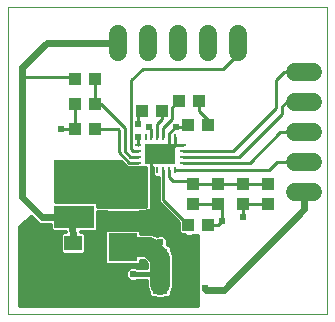
<source format=gtl>
G75*
G70*
%OFA0B0*%
%FSLAX24Y24*%
%IPPOS*%
%LPD*%
%AMOC8*
5,1,8,0,0,1.08239X$1,22.5*
%
%ADD10C,0.0000*%
%ADD11R,0.1043X0.0650*%
%ADD12R,0.0236X0.0098*%
%ADD13R,0.0098X0.0236*%
%ADD14R,0.0591X0.0512*%
%ADD15R,0.0512X0.0591*%
%ADD16R,0.0394X0.0433*%
%ADD17R,0.0433X0.0394*%
%ADD18R,0.0945X0.0945*%
%ADD19R,0.1339X0.0748*%
%ADD20C,0.0600*%
%ADD21C,0.0238*%
%ADD22C,0.0098*%
%ADD23C,0.0240*%
%ADD24C,0.0660*%
%ADD25C,0.0160*%
D10*
X000100Y000100D02*
X010730Y000100D01*
X010730Y010336D01*
X000100Y010336D01*
X000100Y000100D01*
D11*
X005179Y005454D03*
D12*
X005927Y005356D03*
X005927Y005553D03*
X005927Y005750D03*
X005927Y005159D03*
X004431Y005159D03*
X004431Y005356D03*
X004431Y005553D03*
X004431Y005750D03*
D13*
X004687Y006006D03*
X004883Y006006D03*
X005080Y006006D03*
X005277Y006006D03*
X005474Y006006D03*
X005671Y006006D03*
X005671Y004903D03*
X005474Y004903D03*
X005277Y004903D03*
X005080Y004903D03*
X004883Y004903D03*
X004687Y004903D03*
D14*
X002265Y002482D03*
X002265Y001734D03*
D15*
X005159Y001990D03*
X005907Y001990D03*
X005907Y001084D03*
X005159Y001084D03*
D16*
X006104Y003092D03*
X006773Y003092D03*
X006281Y003781D03*
X006281Y004450D03*
X008761Y004450D03*
X008761Y003781D03*
X005238Y006872D03*
X005789Y007226D03*
X006458Y007226D03*
X004569Y006872D03*
X002994Y006281D03*
X002324Y006281D03*
X002324Y007935D03*
X002994Y007935D03*
D17*
X002994Y007108D03*
X002324Y007108D03*
X006104Y006399D03*
X006773Y006399D03*
X007108Y004450D03*
X007108Y003781D03*
X007935Y003781D03*
X007935Y004450D03*
D18*
X003919Y004076D03*
X003919Y002344D03*
D19*
X002305Y003348D03*
X002305Y004883D03*
D20*
X003769Y008855D02*
X003769Y009455D01*
X004769Y009455D02*
X004769Y008855D01*
X005769Y008855D02*
X005769Y009455D01*
X006769Y009455D02*
X006769Y008855D01*
X007769Y008855D02*
X007769Y009455D01*
X009682Y008163D02*
X010282Y008163D01*
X010282Y007163D02*
X009682Y007163D01*
X009682Y006163D02*
X010282Y006163D01*
X010282Y005163D02*
X009682Y005163D01*
X009682Y004163D02*
X010282Y004163D01*
D21*
X007935Y003328D03*
X007226Y003210D03*
X005179Y002502D03*
X004273Y001439D03*
X006675Y000966D03*
X005572Y005257D03*
X005376Y005454D03*
X005572Y005651D03*
X005179Y005651D03*
X004982Y005454D03*
X005179Y005257D03*
X004785Y005257D03*
X004785Y005651D03*
X004431Y006006D03*
X004785Y006360D03*
X004431Y006439D03*
X005691Y006360D03*
X001872Y006281D03*
D22*
X002324Y006281D01*
X002324Y007108D01*
X002994Y007108D02*
X002994Y007935D01*
X002324Y007935D02*
X002246Y008013D01*
X000572Y008013D01*
X002994Y007108D02*
X003210Y007108D01*
X003998Y006320D01*
X003998Y005533D01*
X004175Y005356D01*
X004431Y005356D01*
X004431Y005553D02*
X004254Y005553D01*
X004194Y005612D01*
X004194Y007895D01*
X004588Y008289D01*
X007265Y008289D01*
X007769Y008793D01*
X007769Y009155D01*
X009037Y007895D02*
X009313Y008171D01*
X009974Y008171D01*
X009982Y008163D01*
X009037Y007895D02*
X009037Y006990D01*
X007600Y005553D01*
X005927Y005553D01*
X005927Y005750D02*
X005671Y005750D01*
X005572Y005651D01*
X005474Y005750D01*
X005474Y006006D01*
X005474Y006143D01*
X005691Y006360D01*
X006065Y006360D01*
X006104Y006399D01*
X005671Y006006D02*
X005671Y005750D01*
X005277Y006006D02*
X005277Y006301D01*
X005572Y006596D01*
X005572Y007009D01*
X005789Y007226D01*
X005238Y006872D02*
X005218Y006852D01*
X005218Y006596D01*
X005080Y006458D01*
X005080Y006006D01*
X004883Y006006D02*
X004883Y006261D01*
X004785Y006360D01*
X004431Y006439D02*
X004431Y006734D01*
X004569Y006872D01*
X003801Y006242D02*
X003761Y006281D01*
X002994Y006281D01*
X003801Y006242D02*
X003801Y005494D01*
X004135Y005159D01*
X004431Y005159D01*
X004594Y005001D02*
X004614Y005020D01*
X004706Y005020D01*
X004706Y003683D01*
X003083Y003683D01*
X003083Y003767D01*
X003019Y003831D01*
X001675Y003831D01*
X001675Y005218D01*
X003852Y005218D01*
X004070Y005001D01*
X004594Y005001D01*
X004706Y004946D02*
X001675Y004946D01*
X001675Y004849D02*
X004706Y004849D01*
X004687Y004805D02*
X004628Y004746D01*
X004706Y004752D02*
X001675Y004752D01*
X001675Y004655D02*
X004706Y004655D01*
X004706Y004559D02*
X001675Y004559D01*
X001675Y004462D02*
X004706Y004462D01*
X004706Y004365D02*
X001675Y004365D01*
X001675Y004268D02*
X004706Y004268D01*
X004706Y004171D02*
X001675Y004171D01*
X001675Y004074D02*
X004706Y004074D01*
X004706Y003977D02*
X001675Y003977D01*
X001675Y003880D02*
X004706Y003880D01*
X004706Y003783D02*
X003067Y003783D01*
X003083Y003686D02*
X004706Y003686D01*
X004864Y003686D02*
X005286Y003686D01*
X005383Y003589D02*
X004864Y003589D01*
X004864Y003565D02*
X004864Y005021D01*
X004922Y005021D01*
X004922Y004740D01*
X004986Y004676D01*
X005119Y004676D01*
X005119Y003853D01*
X005798Y003174D01*
X005798Y002830D01*
X005862Y002766D01*
X006006Y002766D01*
X006006Y002698D01*
X006439Y002738D01*
X006439Y000376D01*
X000454Y000376D01*
X000454Y003053D01*
X000861Y003385D01*
X001127Y003119D01*
X001526Y003119D01*
X001526Y002929D01*
X001590Y002865D01*
X002027Y002865D01*
X002027Y002847D01*
X001925Y002847D01*
X001861Y002783D01*
X001861Y002181D01*
X001925Y002117D01*
X002606Y002117D01*
X002670Y002181D01*
X002670Y002783D01*
X002606Y002847D01*
X002486Y002847D01*
X002485Y002865D01*
X003019Y002865D01*
X003083Y002929D01*
X003083Y003541D01*
X003352Y003544D01*
X003401Y003495D01*
X004437Y003495D01*
X004501Y003559D01*
X004501Y003560D01*
X004864Y003565D01*
X004864Y003783D02*
X005189Y003783D01*
X005119Y003880D02*
X004864Y003880D01*
X004864Y003977D02*
X005119Y003977D01*
X005119Y004074D02*
X004864Y004074D01*
X004864Y004171D02*
X005119Y004171D01*
X005119Y004268D02*
X004864Y004268D01*
X004864Y004365D02*
X005119Y004365D01*
X005119Y004462D02*
X004864Y004462D01*
X004864Y004559D02*
X005119Y004559D01*
X005119Y004655D02*
X004864Y004655D01*
X004864Y004752D02*
X004922Y004752D01*
X004922Y004849D02*
X004864Y004849D01*
X004903Y004883D02*
X004883Y004903D01*
X004883Y005159D01*
X004785Y005257D01*
X004982Y005454D01*
X005179Y005454D01*
X004922Y004946D02*
X004864Y004946D01*
X004687Y004903D02*
X004687Y004805D01*
X005277Y004903D02*
X005277Y003919D01*
X006104Y003092D01*
X005798Y003105D02*
X003083Y003105D01*
X003083Y003202D02*
X005770Y003202D01*
X005673Y003299D02*
X003083Y003299D01*
X003083Y003395D02*
X005577Y003395D01*
X005480Y003492D02*
X003083Y003492D01*
X003083Y003008D02*
X005798Y003008D01*
X005798Y002911D02*
X004451Y002911D01*
X004437Y002926D02*
X003401Y002926D01*
X003337Y002862D01*
X003337Y001826D01*
X003401Y001762D01*
X004437Y001762D01*
X004501Y001826D01*
X004501Y001905D01*
X004623Y001905D01*
X004720Y001808D01*
X004720Y001628D01*
X004407Y001628D01*
X004368Y001667D01*
X004179Y001667D01*
X004045Y001533D01*
X004045Y001344D01*
X004179Y001210D01*
X004368Y001210D01*
X004407Y001249D01*
X004720Y001249D01*
X004720Y000997D01*
X004787Y000835D01*
X004794Y000828D01*
X004794Y000744D01*
X004858Y000680D01*
X004988Y000680D01*
X005072Y000645D01*
X005246Y000645D01*
X005330Y000680D01*
X005460Y000680D01*
X005524Y000744D01*
X005524Y000828D01*
X005531Y000835D01*
X005598Y000997D01*
X005598Y002077D01*
X005531Y002239D01*
X005524Y002246D01*
X005524Y002330D01*
X005460Y002394D01*
X005394Y002394D01*
X005407Y002407D01*
X005407Y002596D01*
X005273Y002730D01*
X005084Y002730D01*
X005062Y002708D01*
X005054Y002716D01*
X004892Y002783D01*
X004501Y002783D01*
X004501Y002862D01*
X004437Y002926D01*
X004501Y002814D02*
X005814Y002814D01*
X005907Y002679D02*
X005907Y001990D01*
X005907Y001084D01*
X005598Y001069D02*
X006439Y001069D01*
X006439Y000972D02*
X005588Y000972D01*
X005548Y000875D02*
X006439Y000875D01*
X006439Y000778D02*
X005524Y000778D01*
X005462Y000682D02*
X006439Y000682D01*
X006439Y000585D02*
X000454Y000585D01*
X000454Y000682D02*
X004856Y000682D01*
X004794Y000778D02*
X000454Y000778D01*
X000454Y000875D02*
X004770Y000875D01*
X004730Y000972D02*
X000454Y000972D01*
X000454Y001069D02*
X004720Y001069D01*
X004720Y001166D02*
X000454Y001166D01*
X000454Y001263D02*
X004126Y001263D01*
X004045Y001360D02*
X000454Y001360D01*
X000454Y001457D02*
X004045Y001457D01*
X004066Y001554D02*
X000454Y001554D01*
X000454Y001651D02*
X004163Y001651D01*
X004384Y001651D02*
X004720Y001651D01*
X004720Y001748D02*
X000454Y001748D01*
X000454Y001845D02*
X003337Y001845D01*
X003337Y001942D02*
X000454Y001942D01*
X000454Y002039D02*
X003337Y002039D01*
X003337Y002135D02*
X002625Y002135D01*
X002670Y002232D02*
X003337Y002232D01*
X003337Y002329D02*
X002670Y002329D01*
X002670Y002426D02*
X003337Y002426D01*
X003337Y002523D02*
X002670Y002523D01*
X002670Y002620D02*
X003337Y002620D01*
X003337Y002717D02*
X002670Y002717D01*
X002639Y002814D02*
X003337Y002814D01*
X003386Y002911D02*
X003065Y002911D01*
X001892Y002814D02*
X000454Y002814D01*
X000454Y002911D02*
X001544Y002911D01*
X001526Y003008D02*
X000454Y003008D01*
X000518Y003105D02*
X001526Y003105D01*
X001861Y002717D02*
X000454Y002717D01*
X000454Y002620D02*
X001861Y002620D01*
X001861Y002523D02*
X000454Y002523D01*
X000454Y002426D02*
X001861Y002426D01*
X001861Y002329D02*
X000454Y002329D01*
X000454Y002232D02*
X001861Y002232D01*
X001906Y002135D02*
X000454Y002135D01*
X000636Y003202D02*
X001044Y003202D01*
X000947Y003299D02*
X000755Y003299D01*
X001675Y005043D02*
X004027Y005043D01*
X003930Y005140D02*
X001675Y005140D01*
X004431Y005750D02*
X004431Y006006D01*
X005474Y004903D02*
X005474Y004687D01*
X005612Y004549D01*
X006183Y004549D01*
X006281Y004450D01*
X007108Y004450D01*
X007935Y004450D01*
X008761Y004450D01*
X008801Y004903D02*
X009076Y005179D01*
X009966Y005179D01*
X009982Y005163D01*
X009982Y006163D02*
X009155Y006163D01*
X008151Y005159D01*
X005927Y005159D01*
X005927Y005356D02*
X007797Y005356D01*
X009234Y006793D01*
X009234Y007029D01*
X009352Y007147D01*
X009966Y007147D01*
X009982Y007163D01*
X008801Y004903D02*
X005671Y004903D01*
X006281Y003781D02*
X007108Y003781D01*
X007226Y003663D01*
X007226Y003210D01*
X007108Y003092D01*
X006773Y003092D01*
X006439Y002717D02*
X006210Y002717D01*
X006006Y002717D02*
X005286Y002717D01*
X005383Y002620D02*
X006439Y002620D01*
X006439Y002523D02*
X005407Y002523D01*
X005407Y002426D02*
X006439Y002426D01*
X006439Y002329D02*
X005524Y002329D01*
X005534Y002232D02*
X006439Y002232D01*
X006439Y002135D02*
X005574Y002135D01*
X005598Y002039D02*
X006439Y002039D01*
X006439Y001942D02*
X005598Y001942D01*
X005598Y001845D02*
X006439Y001845D01*
X006439Y001748D02*
X005598Y001748D01*
X005598Y001651D02*
X006439Y001651D01*
X006439Y001554D02*
X005598Y001554D01*
X005598Y001457D02*
X006439Y001457D01*
X006439Y001360D02*
X005598Y001360D01*
X005598Y001263D02*
X006439Y001263D01*
X006439Y001166D02*
X005598Y001166D01*
X006439Y000488D02*
X000454Y000488D01*
X000454Y000391D02*
X006439Y000391D01*
X004683Y001845D02*
X004501Y001845D01*
X004913Y002236D02*
X005179Y002502D01*
X005071Y002717D02*
X005052Y002717D01*
X007935Y003328D02*
X007935Y003781D01*
X008761Y003781D01*
X006773Y006399D02*
X006773Y006576D01*
X006458Y006891D01*
X006458Y007226D01*
D23*
X004628Y004746D02*
X004588Y004746D01*
X003919Y004076D01*
X002305Y003348D02*
X002246Y003289D01*
X002265Y002482D01*
X002305Y003348D02*
X001222Y003348D01*
X000572Y003998D01*
X000572Y008013D01*
X000572Y008328D01*
X001399Y009155D01*
X003769Y009155D01*
X009982Y004163D02*
X009982Y003604D01*
X007305Y000927D01*
X006714Y000927D01*
X006675Y000966D01*
D24*
X005159Y001084D02*
X005159Y001990D01*
X004913Y002236D01*
X004805Y002344D01*
X003919Y002344D01*
X003919Y004076D02*
X003112Y004883D01*
X002305Y004883D01*
D25*
X004273Y001439D02*
X005139Y001439D01*
X005139Y001104D01*
X005159Y001084D01*
M02*

</source>
